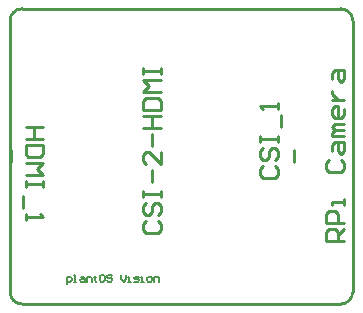
<source format=gto>
G04 Layer_Color=65535*
%FSLAX25Y25*%
%MOIN*%
G70*
G01*
G75*
%ADD15C,0.01000*%
%ADD16C,0.00512*%
%ADD17C,0.00965*%
D15*
X342520Y251969D02*
Y255906D01*
X248228Y251969D02*
Y255906D01*
X332403Y250849D02*
X331403Y249849D01*
Y247850D01*
X332403Y246850D01*
X336402D01*
X337402Y247850D01*
Y249849D01*
X336402Y250849D01*
X332403Y256847D02*
X331403Y255848D01*
Y253848D01*
X332403Y252849D01*
X333403D01*
X334403Y253848D01*
Y255848D01*
X335402Y256847D01*
X336402D01*
X337402Y255848D01*
Y253848D01*
X336402Y252849D01*
X331403Y258846D02*
Y260846D01*
Y259846D01*
X337402D01*
Y258846D01*
Y260846D01*
X338401Y263845D02*
Y267844D01*
X337402Y269843D02*
Y271842D01*
Y270843D01*
X331403D01*
X332403Y269843D01*
X259148Y263779D02*
X253150D01*
X256149D01*
Y259781D01*
X259148D01*
X253150D01*
X259148Y257782D02*
X253150D01*
Y254782D01*
X254149Y253783D01*
X258148D01*
X259148Y254782D01*
Y257782D01*
X253150Y251783D02*
X259148D01*
X257148Y249784D01*
X259148Y247785D01*
X253150D01*
X259148Y245785D02*
Y243786D01*
Y244786D01*
X253150D01*
Y245785D01*
Y243786D01*
X252150Y240787D02*
Y236788D01*
X253150Y234789D02*
Y232790D01*
Y233789D01*
X259148D01*
X258148Y234789D01*
X359449Y225591D02*
X353451D01*
Y228590D01*
X354450Y229589D01*
X356450D01*
X357450Y228590D01*
Y225591D01*
Y227590D02*
X359449Y229589D01*
Y231589D02*
X353451D01*
Y234588D01*
X354450Y235587D01*
X356450D01*
X357450Y234588D01*
Y231589D01*
X359449Y237587D02*
Y239586D01*
Y238586D01*
X355450D01*
Y237587D01*
X354450Y252582D02*
X353451Y251582D01*
Y249583D01*
X354450Y248583D01*
X358449D01*
X359449Y249583D01*
Y251582D01*
X358449Y252582D01*
X355450Y255581D02*
Y257580D01*
X356450Y258580D01*
X359449D01*
Y255581D01*
X358449Y254581D01*
X357450Y255581D01*
Y258580D01*
X359449Y260579D02*
X355450D01*
Y261579D01*
X356450Y262579D01*
X359449D01*
X356450D01*
X355450Y263578D01*
X356450Y264578D01*
X359449D01*
Y269576D02*
Y267577D01*
X358449Y266577D01*
X356450D01*
X355450Y267577D01*
Y269576D01*
X356450Y270576D01*
X357450D01*
Y266577D01*
X355450Y272575D02*
X359449D01*
X357450D01*
X356450Y273575D01*
X355450Y274575D01*
Y275574D01*
Y279573D02*
Y281572D01*
X356450Y282572D01*
X359449D01*
Y279573D01*
X358449Y278573D01*
X357450Y279573D01*
Y282572D01*
X293427Y232345D02*
X292427Y231346D01*
Y229346D01*
X293427Y228346D01*
X297426D01*
X298425Y229346D01*
Y231346D01*
X297426Y232345D01*
X293427Y238343D02*
X292427Y237344D01*
Y235344D01*
X293427Y234345D01*
X294426D01*
X295426Y235344D01*
Y237344D01*
X296426Y238343D01*
X297426D01*
X298425Y237344D01*
Y235344D01*
X297426Y234345D01*
X292427Y240343D02*
Y242342D01*
Y241342D01*
X298425D01*
Y240343D01*
Y242342D01*
X295426Y245341D02*
Y249340D01*
X298425Y255338D02*
Y251339D01*
X294426Y255338D01*
X293427D01*
X292427Y254338D01*
Y252339D01*
X293427Y251339D01*
X295426Y257337D02*
Y261336D01*
X292427Y263335D02*
X298425D01*
X295426D01*
Y267334D01*
X292427D01*
X298425D01*
X292427Y269333D02*
X298425D01*
Y272332D01*
X297426Y273332D01*
X293427D01*
X292427Y272332D01*
Y269333D01*
X298425Y275331D02*
X292427D01*
X294426Y277331D01*
X292427Y279330D01*
X298425D01*
X292427Y281329D02*
Y283329D01*
Y282329D01*
X298425D01*
Y281329D01*
Y283329D01*
X362205Y208661D02*
Y299213D01*
X251969Y204724D02*
X358268D01*
X251969Y303150D02*
X358268D01*
X248031Y208661D02*
Y299213D01*
D16*
X266929Y211418D02*
Y213779D01*
X268110D01*
X268503Y213385D01*
Y212598D01*
X268110Y212205D01*
X266929D01*
X269291D02*
X270078D01*
X269684D01*
Y214566D01*
X269291D01*
X271652Y213779D02*
X272439D01*
X272833Y213385D01*
Y212205D01*
X271652D01*
X271258Y212598D01*
X271652Y212992D01*
X272833D01*
X273620Y212205D02*
Y213779D01*
X274801D01*
X275194Y213385D01*
Y212205D01*
X276375Y214173D02*
Y213779D01*
X275981D01*
X276768D01*
X276375D01*
Y212598D01*
X276768Y212205D01*
X279130Y214566D02*
X278343D01*
X277949Y214173D01*
Y212598D01*
X278343Y212205D01*
X279130D01*
X279523Y212598D01*
Y214173D01*
X279130Y214566D01*
X281885Y214173D02*
X281491Y214566D01*
X280704D01*
X280311Y214173D01*
Y213779D01*
X280704Y213385D01*
X281491D01*
X281885Y212992D01*
Y212598D01*
X281491Y212205D01*
X280704D01*
X280311Y212598D01*
X285033Y214566D02*
Y212992D01*
X285821Y212205D01*
X286608Y212992D01*
Y214566D01*
X287395Y212205D02*
X288182D01*
X287789D01*
Y213779D01*
X287395D01*
X289363Y212205D02*
X290544D01*
X290937Y212598D01*
X290544Y212992D01*
X289756D01*
X289363Y213385D01*
X289756Y213779D01*
X290937D01*
X291724Y212205D02*
X292511D01*
X292118D01*
Y213779D01*
X291724D01*
X294086Y212205D02*
X294873D01*
X295266Y212598D01*
Y213385D01*
X294873Y213779D01*
X294086D01*
X293692Y213385D01*
Y212598D01*
X294086Y212205D01*
X296054D02*
Y213779D01*
X297234D01*
X297628Y213385D01*
Y212205D01*
D17*
X362205Y299213D02*
G03*
X358268Y303150I-3937J0D01*
G01*
X251969Y303150D02*
G03*
X248031Y299213I0J-3937D01*
G01*
X248031Y208661D02*
G03*
X251969Y204724I3937J0D01*
G01*
X358268D02*
G03*
X362205Y208661I0J3937D01*
G01*
M02*

</source>
